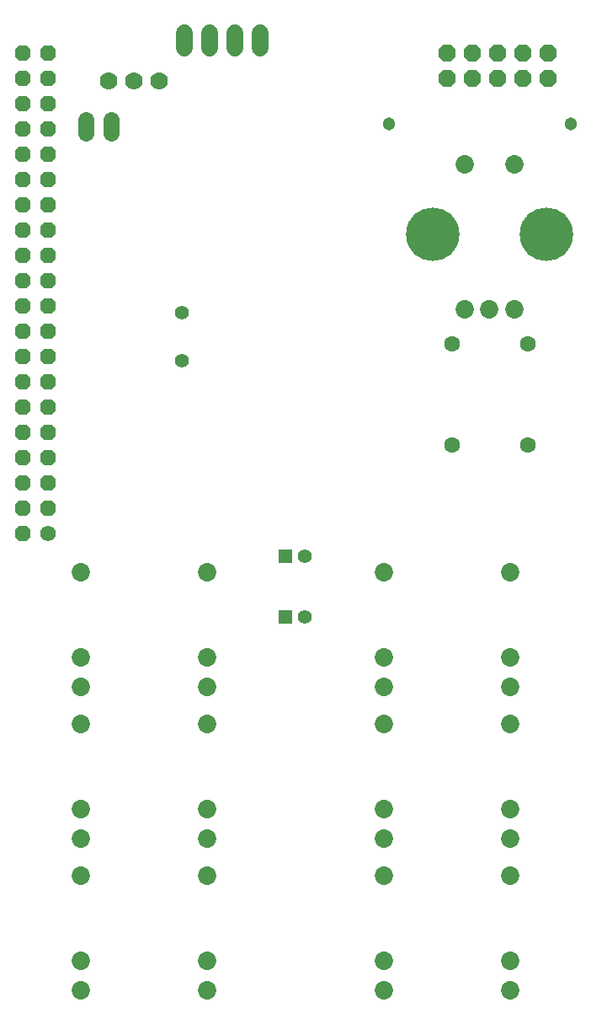
<source format=gbr>
G04 EAGLE Gerber RS-274X export*
G75*
%MOMM*%
%FSLAX34Y34*%
%LPD*%
%INSoldermask Top*%
%IPPOS*%
%AMOC8*
5,1,8,0,0,1.08239X$1,22.5*%
G01*
%ADD10R,1.403200X1.403200*%
%ADD11C,1.403200*%
%ADD12C,1.574800*%
%ADD13P,1.869504X8X22.500000*%
%ADD14C,1.303200*%
%ADD15C,1.422400*%
%ADD16C,1.603200*%
%ADD17C,1.727200*%
%ADD18C,1.574800*%
%ADD19P,1.704548X8X112.500000*%
%ADD20C,1.853200*%
%ADD21C,1.778200*%
%ADD22C,5.364200*%


D10*
X294640Y398780D03*
D11*
X314640Y398780D03*
D10*
X294640Y459740D03*
D11*
X314640Y459740D03*
D12*
X119380Y884682D02*
X119380Y898398D01*
X93980Y898398D02*
X93980Y884682D01*
D13*
X457200Y965200D03*
X457200Y939800D03*
X482600Y965200D03*
X482600Y939800D03*
X508000Y965200D03*
X508000Y939800D03*
X533400Y965200D03*
X533400Y939800D03*
X558800Y965200D03*
X558800Y939800D03*
D14*
X398780Y894080D03*
X581780Y894080D03*
D15*
X190500Y656590D03*
X190500Y704850D03*
D16*
X538480Y571500D03*
X538480Y673100D03*
X462280Y571500D03*
X462280Y673100D03*
D17*
X193040Y970280D02*
X193040Y985520D01*
X218440Y985520D02*
X218440Y970280D01*
X243840Y970280D02*
X243840Y985520D01*
X269240Y985520D02*
X269240Y970280D01*
D18*
X55880Y482600D03*
D19*
X30480Y482600D03*
X55880Y508000D03*
X30480Y508000D03*
X55880Y533400D03*
X30480Y533400D03*
X55880Y558800D03*
X30480Y558800D03*
X55880Y584200D03*
X30480Y584200D03*
X55880Y609600D03*
X30480Y609600D03*
X55880Y635000D03*
X30480Y635000D03*
X55880Y660400D03*
X30480Y660400D03*
X55880Y685800D03*
X30480Y685800D03*
X55880Y711200D03*
X30480Y711200D03*
X55880Y736600D03*
X30480Y736600D03*
X55880Y762000D03*
X30480Y762000D03*
X55880Y787400D03*
X30480Y787400D03*
X55880Y812800D03*
X30480Y812800D03*
X55880Y838200D03*
X30480Y838200D03*
X55880Y863600D03*
X30480Y863600D03*
X55880Y889000D03*
X30480Y889000D03*
X55880Y914400D03*
X30480Y914400D03*
X55880Y939800D03*
X30480Y939800D03*
X55880Y965200D03*
X30480Y965200D03*
D20*
X88900Y443700D03*
X88900Y358700D03*
X88900Y328700D03*
X215900Y443700D03*
X215900Y358700D03*
X215900Y328700D03*
X88900Y291300D03*
X88900Y206300D03*
X88900Y176300D03*
X215900Y291300D03*
X215900Y206300D03*
X215900Y176300D03*
X393700Y443700D03*
X393700Y358700D03*
X393700Y328700D03*
X520700Y443700D03*
X520700Y358700D03*
X520700Y328700D03*
X393700Y291300D03*
X393700Y206300D03*
X393700Y176300D03*
X520700Y291300D03*
X520700Y206300D03*
X520700Y176300D03*
X88900Y138900D03*
X88900Y53900D03*
X88900Y23900D03*
X393700Y138900D03*
X393700Y53900D03*
X393700Y23900D03*
X215900Y138900D03*
X215900Y53900D03*
X215900Y23900D03*
X520700Y138900D03*
X520700Y53900D03*
X520700Y23900D03*
D21*
X167640Y937260D03*
X142240Y937260D03*
X116840Y937260D03*
D20*
X474980Y853440D03*
X524980Y853440D03*
X474980Y708440D03*
X524980Y708440D03*
X499980Y708440D03*
D22*
X442980Y783440D03*
X556980Y783440D03*
M02*

</source>
